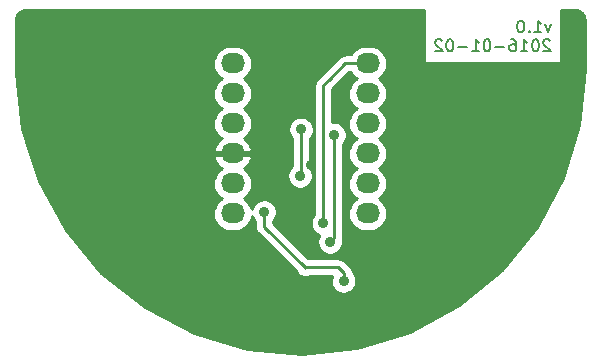
<source format=gbl>
G04 #@! TF.FileFunction,Copper,L2,Bot,Signal*
%FSLAX46Y46*%
G04 Gerber Fmt 4.6, Leading zero omitted, Abs format (unit mm)*
G04 Created by KiCad (PCBNEW (2015-04-22 BZR 5620)-product) date 02/01/2016 09:16:18*
%MOMM*%
G01*
G04 APERTURE LIST*
%ADD10C,0.100000*%
%ADD11C,0.200000*%
%ADD12O,2.032000X1.727200*%
%ADD13C,0.889000*%
%ADD14C,0.254000*%
G04 APERTURE END LIST*
D10*
D11*
X229473143Y-100331714D02*
X229235048Y-100998381D01*
X228996952Y-100331714D01*
X228092190Y-100998381D02*
X228663619Y-100998381D01*
X228377905Y-100998381D02*
X228377905Y-99998381D01*
X228473143Y-100141238D01*
X228568381Y-100236476D01*
X228663619Y-100284095D01*
X227663619Y-100903143D02*
X227616000Y-100950762D01*
X227663619Y-100998381D01*
X227711238Y-100950762D01*
X227663619Y-100903143D01*
X227663619Y-100998381D01*
X226996953Y-99998381D02*
X226901714Y-99998381D01*
X226806476Y-100046000D01*
X226758857Y-100093619D01*
X226711238Y-100188857D01*
X226663619Y-100379333D01*
X226663619Y-100617429D01*
X226711238Y-100807905D01*
X226758857Y-100903143D01*
X226806476Y-100950762D01*
X226901714Y-100998381D01*
X226996953Y-100998381D01*
X227092191Y-100950762D01*
X227139810Y-100903143D01*
X227187429Y-100807905D01*
X227235048Y-100617429D01*
X227235048Y-100379333D01*
X227187429Y-100188857D01*
X227139810Y-100093619D01*
X227092191Y-100046000D01*
X226996953Y-99998381D01*
X229425524Y-101693619D02*
X229377905Y-101646000D01*
X229282667Y-101598381D01*
X229044571Y-101598381D01*
X228949333Y-101646000D01*
X228901714Y-101693619D01*
X228854095Y-101788857D01*
X228854095Y-101884095D01*
X228901714Y-102026952D01*
X229473143Y-102598381D01*
X228854095Y-102598381D01*
X228235048Y-101598381D02*
X228139809Y-101598381D01*
X228044571Y-101646000D01*
X227996952Y-101693619D01*
X227949333Y-101788857D01*
X227901714Y-101979333D01*
X227901714Y-102217429D01*
X227949333Y-102407905D01*
X227996952Y-102503143D01*
X228044571Y-102550762D01*
X228139809Y-102598381D01*
X228235048Y-102598381D01*
X228330286Y-102550762D01*
X228377905Y-102503143D01*
X228425524Y-102407905D01*
X228473143Y-102217429D01*
X228473143Y-101979333D01*
X228425524Y-101788857D01*
X228377905Y-101693619D01*
X228330286Y-101646000D01*
X228235048Y-101598381D01*
X226949333Y-102598381D02*
X227520762Y-102598381D01*
X227235048Y-102598381D02*
X227235048Y-101598381D01*
X227330286Y-101741238D01*
X227425524Y-101836476D01*
X227520762Y-101884095D01*
X226092190Y-101598381D02*
X226282667Y-101598381D01*
X226377905Y-101646000D01*
X226425524Y-101693619D01*
X226520762Y-101836476D01*
X226568381Y-102026952D01*
X226568381Y-102407905D01*
X226520762Y-102503143D01*
X226473143Y-102550762D01*
X226377905Y-102598381D01*
X226187428Y-102598381D01*
X226092190Y-102550762D01*
X226044571Y-102503143D01*
X225996952Y-102407905D01*
X225996952Y-102169810D01*
X226044571Y-102074571D01*
X226092190Y-102026952D01*
X226187428Y-101979333D01*
X226377905Y-101979333D01*
X226473143Y-102026952D01*
X226520762Y-102074571D01*
X226568381Y-102169810D01*
X225568381Y-102217429D02*
X224806476Y-102217429D01*
X224139810Y-101598381D02*
X224044571Y-101598381D01*
X223949333Y-101646000D01*
X223901714Y-101693619D01*
X223854095Y-101788857D01*
X223806476Y-101979333D01*
X223806476Y-102217429D01*
X223854095Y-102407905D01*
X223901714Y-102503143D01*
X223949333Y-102550762D01*
X224044571Y-102598381D01*
X224139810Y-102598381D01*
X224235048Y-102550762D01*
X224282667Y-102503143D01*
X224330286Y-102407905D01*
X224377905Y-102217429D01*
X224377905Y-101979333D01*
X224330286Y-101788857D01*
X224282667Y-101693619D01*
X224235048Y-101646000D01*
X224139810Y-101598381D01*
X222854095Y-102598381D02*
X223425524Y-102598381D01*
X223139810Y-102598381D02*
X223139810Y-101598381D01*
X223235048Y-101741238D01*
X223330286Y-101836476D01*
X223425524Y-101884095D01*
X222425524Y-102217429D02*
X221663619Y-102217429D01*
X220996953Y-101598381D02*
X220901714Y-101598381D01*
X220806476Y-101646000D01*
X220758857Y-101693619D01*
X220711238Y-101788857D01*
X220663619Y-101979333D01*
X220663619Y-102217429D01*
X220711238Y-102407905D01*
X220758857Y-102503143D01*
X220806476Y-102550762D01*
X220901714Y-102598381D01*
X220996953Y-102598381D01*
X221092191Y-102550762D01*
X221139810Y-102503143D01*
X221187429Y-102407905D01*
X221235048Y-102217429D01*
X221235048Y-101979333D01*
X221187429Y-101788857D01*
X221139810Y-101693619D01*
X221092191Y-101646000D01*
X220996953Y-101598381D01*
X220282667Y-101693619D02*
X220235048Y-101646000D01*
X220139810Y-101598381D01*
X219901714Y-101598381D01*
X219806476Y-101646000D01*
X219758857Y-101693619D01*
X219711238Y-101788857D01*
X219711238Y-101884095D01*
X219758857Y-102026952D01*
X220330286Y-102598381D01*
X219711238Y-102598381D01*
D12*
X202565000Y-103632000D03*
X202565000Y-106172000D03*
X202565000Y-108712000D03*
X202565000Y-111252000D03*
X202565000Y-113792000D03*
X202565000Y-116332000D03*
X213995000Y-103632000D03*
X213995000Y-106172000D03*
X213995000Y-108712000D03*
X213995000Y-111252000D03*
X213995000Y-113792000D03*
X213995000Y-116332000D03*
D13*
X211137500Y-125349000D03*
X199771000Y-120459500D03*
X209232500Y-112268000D03*
X211137500Y-109664500D03*
X210820000Y-118745000D03*
X208280000Y-113157000D03*
X208343500Y-109220000D03*
X205232000Y-116205000D03*
X211963000Y-122047000D03*
X210248500Y-117157500D03*
D14*
X211137500Y-118427500D02*
X211137500Y-109664500D01*
X210820000Y-118745000D02*
X211137500Y-118427500D01*
X208280000Y-113157000D02*
X208343500Y-113093500D01*
X208343500Y-113093500D02*
X208343500Y-109220000D01*
X208724500Y-120967500D02*
X208661000Y-120967500D01*
X205232000Y-117475000D02*
X205232000Y-116205000D01*
X208661000Y-120904000D02*
X205232000Y-117475000D01*
X208724500Y-120967500D02*
X208661000Y-120904000D01*
X211963000Y-121348500D02*
X211518500Y-120904000D01*
X211518500Y-120904000D02*
X208661000Y-120904000D01*
X211963000Y-122047000D02*
X211963000Y-121348500D01*
X210248500Y-109474000D02*
X210248500Y-105473500D01*
X210248500Y-105473500D02*
X210693000Y-105029000D01*
X213995000Y-103632000D02*
X212090000Y-103632000D01*
X210693000Y-105029000D02*
X212090000Y-103632000D01*
X210248500Y-117157500D02*
X210248500Y-109474000D01*
G36*
X232360000Y-104106495D02*
X231898177Y-108816525D01*
X230540031Y-113314924D01*
X228334008Y-117463850D01*
X225364132Y-121105276D01*
X221743527Y-124100501D01*
X217610103Y-126335435D01*
X215653951Y-126940965D01*
X215653951Y-116342462D01*
X215627444Y-116051190D01*
X215544866Y-115770615D01*
X215409363Y-115511422D01*
X215226097Y-115283485D01*
X215002048Y-115095485D01*
X214942413Y-115062700D01*
X214984701Y-115040216D01*
X215211353Y-114855363D01*
X215397784Y-114630006D01*
X215536892Y-114372731D01*
X215623379Y-114093335D01*
X215653951Y-113802462D01*
X215627444Y-113511190D01*
X215544866Y-113230615D01*
X215409363Y-112971422D01*
X215226097Y-112743485D01*
X215002048Y-112555485D01*
X214942413Y-112522700D01*
X214984701Y-112500216D01*
X215211353Y-112315363D01*
X215397784Y-112090006D01*
X215536892Y-111832731D01*
X215623379Y-111553335D01*
X215653951Y-111262462D01*
X215627444Y-110971190D01*
X215544866Y-110690615D01*
X215409363Y-110431422D01*
X215226097Y-110203485D01*
X215002048Y-110015485D01*
X214942413Y-109982700D01*
X214984701Y-109960216D01*
X215211353Y-109775363D01*
X215397784Y-109550006D01*
X215536892Y-109292731D01*
X215623379Y-109013335D01*
X215653951Y-108722462D01*
X215627444Y-108431190D01*
X215544866Y-108150615D01*
X215409363Y-107891422D01*
X215226097Y-107663485D01*
X215002048Y-107475485D01*
X214942413Y-107442700D01*
X214984701Y-107420216D01*
X215211353Y-107235363D01*
X215397784Y-107010006D01*
X215536892Y-106752731D01*
X215623379Y-106473335D01*
X215653951Y-106182462D01*
X215627444Y-105891190D01*
X215544866Y-105610615D01*
X215409363Y-105351422D01*
X215226097Y-105123485D01*
X215002048Y-104935485D01*
X214942413Y-104902700D01*
X214984701Y-104880216D01*
X215211353Y-104695363D01*
X215397784Y-104470006D01*
X215536892Y-104212731D01*
X215623379Y-103933335D01*
X215653951Y-103642462D01*
X215627444Y-103351190D01*
X215544866Y-103070615D01*
X215409363Y-102811422D01*
X215226097Y-102583485D01*
X215002048Y-102395485D01*
X214745749Y-102254584D01*
X214466964Y-102166148D01*
X214176312Y-102133546D01*
X214155388Y-102133400D01*
X213834612Y-102133400D01*
X213543532Y-102161941D01*
X213263540Y-102246475D01*
X213005299Y-102383784D01*
X212778647Y-102568637D01*
X212592216Y-102793994D01*
X212551119Y-102870000D01*
X212090000Y-102870000D01*
X212019894Y-102876873D01*
X211949829Y-102883004D01*
X211945985Y-102884120D01*
X211941993Y-102884512D01*
X211874552Y-102904873D01*
X211807018Y-102924494D01*
X211803462Y-102926337D01*
X211799624Y-102927496D01*
X211737467Y-102960545D01*
X211674985Y-102992933D01*
X211671852Y-102995433D01*
X211668316Y-102997314D01*
X211613791Y-103041783D01*
X211558760Y-103085714D01*
X211553181Y-103091215D01*
X211553069Y-103091307D01*
X211552983Y-103091410D01*
X211551184Y-103093185D01*
X210154185Y-104490185D01*
X209709685Y-104934685D01*
X209664987Y-104989099D01*
X209619764Y-105042995D01*
X209617835Y-105046502D01*
X209615289Y-105049603D01*
X209582010Y-105111668D01*
X209548119Y-105173316D01*
X209546907Y-105177136D01*
X209545014Y-105180667D01*
X209524439Y-105247964D01*
X209503152Y-105315071D01*
X209502705Y-105319054D01*
X209501534Y-105322885D01*
X209494424Y-105392872D01*
X209486574Y-105462861D01*
X209486519Y-105470697D01*
X209486505Y-105470840D01*
X209486517Y-105470973D01*
X209486500Y-105473500D01*
X209486500Y-109474000D01*
X209486500Y-116392736D01*
X209423046Y-116454874D01*
X209423046Y-109114150D01*
X209381926Y-108906481D01*
X209301254Y-108710753D01*
X209184100Y-108534423D01*
X209034928Y-108384207D01*
X208859421Y-108265825D01*
X208664261Y-108183788D01*
X208456884Y-108141219D01*
X208245189Y-108139741D01*
X208037238Y-108179410D01*
X207840952Y-108258715D01*
X207663808Y-108374634D01*
X207512554Y-108522753D01*
X207392950Y-108697431D01*
X207309552Y-108892012D01*
X207265537Y-109099087D01*
X207262581Y-109310767D01*
X207300797Y-109518990D01*
X207378730Y-109715825D01*
X207493410Y-109893773D01*
X207581500Y-109984993D01*
X207581500Y-112330052D01*
X207449054Y-112459753D01*
X207329450Y-112634431D01*
X207246052Y-112829012D01*
X207202037Y-113036087D01*
X207199081Y-113247767D01*
X207237297Y-113455990D01*
X207315230Y-113652825D01*
X207429910Y-113830773D01*
X207576969Y-113983058D01*
X207750807Y-114103879D01*
X207944802Y-114188633D01*
X208151564Y-114234093D01*
X208363219Y-114238526D01*
X208571704Y-114201765D01*
X208769077Y-114125208D01*
X208947822Y-114011773D01*
X209101130Y-113865780D01*
X209223161Y-113692790D01*
X209309268Y-113499392D01*
X209356170Y-113292952D01*
X209359546Y-113051150D01*
X209318426Y-112843481D01*
X209237754Y-112647753D01*
X209120600Y-112471423D01*
X209105500Y-112456217D01*
X209105500Y-109985088D01*
X209164630Y-109928780D01*
X209286661Y-109755790D01*
X209372768Y-109562392D01*
X209419670Y-109355952D01*
X209423046Y-109114150D01*
X209423046Y-116454874D01*
X209417554Y-116460253D01*
X209297950Y-116634931D01*
X209214552Y-116829512D01*
X209170537Y-117036587D01*
X209167581Y-117248267D01*
X209205797Y-117456490D01*
X209283730Y-117653325D01*
X209398410Y-117831273D01*
X209545469Y-117983558D01*
X209719307Y-118104379D01*
X209897097Y-118182053D01*
X209869450Y-118222431D01*
X209786052Y-118417012D01*
X209742037Y-118624087D01*
X209739081Y-118835767D01*
X209777297Y-119043990D01*
X209855230Y-119240825D01*
X209969910Y-119418773D01*
X210116969Y-119571058D01*
X210290807Y-119691879D01*
X210484802Y-119776633D01*
X210691564Y-119822093D01*
X210903219Y-119826526D01*
X211111704Y-119789765D01*
X211309077Y-119713208D01*
X211487822Y-119599773D01*
X211641130Y-119453780D01*
X211763161Y-119280790D01*
X211849268Y-119087392D01*
X211896170Y-118880952D01*
X211899546Y-118639150D01*
X211885481Y-118568122D01*
X211891580Y-118508077D01*
X211899426Y-118438139D01*
X211899480Y-118430302D01*
X211899495Y-118430160D01*
X211899482Y-118430026D01*
X211899500Y-118427500D01*
X211899500Y-110429588D01*
X211958630Y-110373280D01*
X212080661Y-110200290D01*
X212166768Y-110006892D01*
X212213670Y-109800452D01*
X212217046Y-109558650D01*
X212175926Y-109350981D01*
X212095254Y-109155253D01*
X211978100Y-108978923D01*
X211828928Y-108828707D01*
X211653421Y-108710325D01*
X211458261Y-108628288D01*
X211250884Y-108585719D01*
X211039189Y-108584241D01*
X211010500Y-108589713D01*
X211010500Y-105789130D01*
X211231815Y-105567815D01*
X212405630Y-104394000D01*
X212550013Y-104394000D01*
X212580637Y-104452578D01*
X212763903Y-104680515D01*
X212987952Y-104868515D01*
X213047586Y-104901299D01*
X213005299Y-104923784D01*
X212778647Y-105108637D01*
X212592216Y-105333994D01*
X212453108Y-105591269D01*
X212366621Y-105870665D01*
X212336049Y-106161538D01*
X212362556Y-106452810D01*
X212445134Y-106733385D01*
X212580637Y-106992578D01*
X212763903Y-107220515D01*
X212987952Y-107408515D01*
X213047586Y-107441299D01*
X213005299Y-107463784D01*
X212778647Y-107648637D01*
X212592216Y-107873994D01*
X212453108Y-108131269D01*
X212366621Y-108410665D01*
X212336049Y-108701538D01*
X212362556Y-108992810D01*
X212445134Y-109273385D01*
X212580637Y-109532578D01*
X212763903Y-109760515D01*
X212987952Y-109948515D01*
X213047586Y-109981299D01*
X213005299Y-110003784D01*
X212778647Y-110188637D01*
X212592216Y-110413994D01*
X212453108Y-110671269D01*
X212366621Y-110950665D01*
X212336049Y-111241538D01*
X212362556Y-111532810D01*
X212445134Y-111813385D01*
X212580637Y-112072578D01*
X212763903Y-112300515D01*
X212987952Y-112488515D01*
X213047586Y-112521299D01*
X213005299Y-112543784D01*
X212778647Y-112728637D01*
X212592216Y-112953994D01*
X212453108Y-113211269D01*
X212366621Y-113490665D01*
X212336049Y-113781538D01*
X212362556Y-114072810D01*
X212445134Y-114353385D01*
X212580637Y-114612578D01*
X212763903Y-114840515D01*
X212987952Y-115028515D01*
X213047586Y-115061299D01*
X213005299Y-115083784D01*
X212778647Y-115268637D01*
X212592216Y-115493994D01*
X212453108Y-115751269D01*
X212366621Y-116030665D01*
X212336049Y-116321538D01*
X212362556Y-116612810D01*
X212445134Y-116893385D01*
X212580637Y-117152578D01*
X212763903Y-117380515D01*
X212987952Y-117568515D01*
X213244251Y-117709416D01*
X213523036Y-117797852D01*
X213813688Y-117830454D01*
X213834612Y-117830600D01*
X214155388Y-117830600D01*
X214446468Y-117802059D01*
X214726460Y-117717525D01*
X214984701Y-117580216D01*
X215211353Y-117395363D01*
X215397784Y-117170006D01*
X215536892Y-116912731D01*
X215623379Y-116633335D01*
X215653951Y-116342462D01*
X215653951Y-126940965D01*
X213121292Y-127724955D01*
X213042546Y-127733231D01*
X213042546Y-121941150D01*
X213001426Y-121733481D01*
X212920754Y-121537753D01*
X212803600Y-121361423D01*
X212717834Y-121275057D01*
X212711997Y-121208330D01*
X212710879Y-121204482D01*
X212710488Y-121200493D01*
X212690135Y-121133081D01*
X212670506Y-121065518D01*
X212668662Y-121061962D01*
X212667504Y-121058124D01*
X212634443Y-120995946D01*
X212602067Y-120933486D01*
X212599568Y-120930355D01*
X212597686Y-120926816D01*
X212553199Y-120872269D01*
X212509286Y-120817260D01*
X212503787Y-120811685D01*
X212503693Y-120811569D01*
X212503585Y-120811479D01*
X212501815Y-120809685D01*
X212057315Y-120365185D01*
X212002900Y-120320487D01*
X211949005Y-120275264D01*
X211945497Y-120273335D01*
X211942397Y-120270789D01*
X211880331Y-120237510D01*
X211818684Y-120203619D01*
X211814863Y-120202407D01*
X211811333Y-120200514D01*
X211744035Y-120179939D01*
X211676929Y-120158652D01*
X211672945Y-120158205D01*
X211669115Y-120157034D01*
X211599127Y-120149924D01*
X211529139Y-120142074D01*
X211521302Y-120142019D01*
X211521160Y-120142005D01*
X211521026Y-120142017D01*
X211518500Y-120142000D01*
X208976630Y-120142000D01*
X205994000Y-117159369D01*
X205994000Y-116970088D01*
X206053130Y-116913780D01*
X206175161Y-116740790D01*
X206261268Y-116547392D01*
X206308170Y-116340952D01*
X206311546Y-116099150D01*
X206270426Y-115891481D01*
X206189754Y-115695753D01*
X206072600Y-115519423D01*
X205923428Y-115369207D01*
X205747921Y-115250825D01*
X205552761Y-115168788D01*
X205345384Y-115126219D01*
X205133689Y-115124741D01*
X204925738Y-115164410D01*
X204729452Y-115243715D01*
X204552308Y-115359634D01*
X204401054Y-115507753D01*
X204281450Y-115682431D01*
X204198052Y-115877012D01*
X204176299Y-115979348D01*
X204114866Y-115770615D01*
X203979363Y-115511422D01*
X203796097Y-115283485D01*
X203572048Y-115095485D01*
X203512413Y-115062700D01*
X203554701Y-115040216D01*
X203781353Y-114855363D01*
X203967784Y-114630006D01*
X204106892Y-114372731D01*
X204193379Y-114093335D01*
X204223951Y-113802462D01*
X204223951Y-108722462D01*
X204197444Y-108431190D01*
X204114866Y-108150615D01*
X203979363Y-107891422D01*
X203796097Y-107663485D01*
X203572048Y-107475485D01*
X203512413Y-107442700D01*
X203554701Y-107420216D01*
X203781353Y-107235363D01*
X203967784Y-107010006D01*
X204106892Y-106752731D01*
X204193379Y-106473335D01*
X204223951Y-106182462D01*
X204197444Y-105891190D01*
X204114866Y-105610615D01*
X203979363Y-105351422D01*
X203796097Y-105123485D01*
X203572048Y-104935485D01*
X203512413Y-104902700D01*
X203554701Y-104880216D01*
X203781353Y-104695363D01*
X203967784Y-104470006D01*
X204106892Y-104212731D01*
X204193379Y-103933335D01*
X204223951Y-103642462D01*
X204197444Y-103351190D01*
X204114866Y-103070615D01*
X203979363Y-102811422D01*
X203796097Y-102583485D01*
X203572048Y-102395485D01*
X203315749Y-102254584D01*
X203036964Y-102166148D01*
X202746312Y-102133546D01*
X202725388Y-102133400D01*
X202404612Y-102133400D01*
X202113532Y-102161941D01*
X201833540Y-102246475D01*
X201575299Y-102383784D01*
X201348647Y-102568637D01*
X201162216Y-102793994D01*
X201023108Y-103051269D01*
X200936621Y-103330665D01*
X200906049Y-103621538D01*
X200932556Y-103912810D01*
X201015134Y-104193385D01*
X201150637Y-104452578D01*
X201333903Y-104680515D01*
X201557952Y-104868515D01*
X201617586Y-104901299D01*
X201575299Y-104923784D01*
X201348647Y-105108637D01*
X201162216Y-105333994D01*
X201023108Y-105591269D01*
X200936621Y-105870665D01*
X200906049Y-106161538D01*
X200932556Y-106452810D01*
X201015134Y-106733385D01*
X201150637Y-106992578D01*
X201333903Y-107220515D01*
X201557952Y-107408515D01*
X201617586Y-107441299D01*
X201575299Y-107463784D01*
X201348647Y-107648637D01*
X201162216Y-107873994D01*
X201023108Y-108131269D01*
X200936621Y-108410665D01*
X200906049Y-108701538D01*
X200932556Y-108992810D01*
X201015134Y-109273385D01*
X201150637Y-109532578D01*
X201333903Y-109760515D01*
X201557952Y-109948515D01*
X201619872Y-109982555D01*
X201413271Y-110133514D01*
X201214267Y-110349965D01*
X201061314Y-110601081D01*
X200960291Y-110877211D01*
X200957642Y-110892974D01*
X201078783Y-111125000D01*
X202438000Y-111125000D01*
X202438000Y-111105000D01*
X202692000Y-111105000D01*
X202692000Y-111125000D01*
X204051217Y-111125000D01*
X204172358Y-110892974D01*
X204169709Y-110877211D01*
X204068686Y-110601081D01*
X203915733Y-110349965D01*
X203716729Y-110133514D01*
X203511205Y-109983343D01*
X203554701Y-109960216D01*
X203781353Y-109775363D01*
X203967784Y-109550006D01*
X204106892Y-109292731D01*
X204193379Y-109013335D01*
X204223951Y-108722462D01*
X204223951Y-113802462D01*
X204197444Y-113511190D01*
X204114866Y-113230615D01*
X203979363Y-112971422D01*
X203796097Y-112743485D01*
X203572048Y-112555485D01*
X203510127Y-112521444D01*
X203716729Y-112370486D01*
X203915733Y-112154035D01*
X204068686Y-111902919D01*
X204169709Y-111626789D01*
X204172358Y-111611026D01*
X204051217Y-111379000D01*
X202692000Y-111379000D01*
X202692000Y-111399000D01*
X202438000Y-111399000D01*
X202438000Y-111379000D01*
X201078783Y-111379000D01*
X200957642Y-111611026D01*
X200960291Y-111626789D01*
X201061314Y-111902919D01*
X201214267Y-112154035D01*
X201413271Y-112370486D01*
X201618794Y-112520656D01*
X201575299Y-112543784D01*
X201348647Y-112728637D01*
X201162216Y-112953994D01*
X201023108Y-113211269D01*
X200936621Y-113490665D01*
X200906049Y-113781538D01*
X200932556Y-114072810D01*
X201015134Y-114353385D01*
X201150637Y-114612578D01*
X201333903Y-114840515D01*
X201557952Y-115028515D01*
X201617586Y-115061299D01*
X201575299Y-115083784D01*
X201348647Y-115268637D01*
X201162216Y-115493994D01*
X201023108Y-115751269D01*
X200936621Y-116030665D01*
X200906049Y-116321538D01*
X200932556Y-116612810D01*
X201015134Y-116893385D01*
X201150637Y-117152578D01*
X201333903Y-117380515D01*
X201557952Y-117568515D01*
X201814251Y-117709416D01*
X202093036Y-117797852D01*
X202383688Y-117830454D01*
X202404612Y-117830600D01*
X202725388Y-117830600D01*
X203016468Y-117802059D01*
X203296460Y-117717525D01*
X203554701Y-117580216D01*
X203781353Y-117395363D01*
X203967784Y-117170006D01*
X204106892Y-116912731D01*
X204193379Y-116633335D01*
X204203265Y-116539270D01*
X204267230Y-116700825D01*
X204381910Y-116878773D01*
X204470000Y-116969993D01*
X204470000Y-117475000D01*
X204476874Y-117545113D01*
X204483004Y-117615170D01*
X204484120Y-117619012D01*
X204484512Y-117623007D01*
X204504877Y-117690459D01*
X204524494Y-117757982D01*
X204526337Y-117761537D01*
X204527496Y-117765376D01*
X204560556Y-117827553D01*
X204592933Y-117890014D01*
X204595431Y-117893144D01*
X204597314Y-117896684D01*
X204641800Y-117951230D01*
X204685714Y-118006240D01*
X204691212Y-118011814D01*
X204691307Y-118011931D01*
X204691414Y-118012020D01*
X204693185Y-118013815D01*
X207978770Y-121299401D01*
X208023386Y-121384743D01*
X208116572Y-121500643D01*
X208230495Y-121596236D01*
X208360816Y-121667881D01*
X208502571Y-121712848D01*
X208650361Y-121729426D01*
X208661000Y-121729500D01*
X208724500Y-121729500D01*
X208797107Y-121722380D01*
X208869897Y-121715500D01*
X208871177Y-121715118D01*
X208872507Y-121714988D01*
X208942341Y-121693903D01*
X209012415Y-121673014D01*
X209013599Y-121672389D01*
X209014876Y-121672004D01*
X209026167Y-121666000D01*
X210951773Y-121666000D01*
X210929052Y-121719012D01*
X210885037Y-121926087D01*
X210882081Y-122137767D01*
X210920297Y-122345990D01*
X210998230Y-122542825D01*
X211112910Y-122720773D01*
X211259969Y-122873058D01*
X211433807Y-122993879D01*
X211627802Y-123078633D01*
X211834564Y-123124093D01*
X212046219Y-123128526D01*
X212254704Y-123091765D01*
X212452077Y-123015208D01*
X212630822Y-122901773D01*
X212784130Y-122755780D01*
X212906161Y-122582790D01*
X212992268Y-122389392D01*
X213039170Y-122182952D01*
X213042546Y-121941150D01*
X213042546Y-127733231D01*
X208448084Y-128216127D01*
X203768472Y-127790250D01*
X199260702Y-126463541D01*
X195096477Y-124286536D01*
X191434403Y-121342153D01*
X188413976Y-117742549D01*
X186150239Y-113624826D01*
X184729419Y-109145829D01*
X184202146Y-104445089D01*
X184200000Y-104137653D01*
X184200000Y-99958503D01*
X184218743Y-99767336D01*
X184264532Y-99615678D01*
X184338904Y-99475804D01*
X184439030Y-99353038D01*
X184561093Y-99252059D01*
X184700449Y-99176709D01*
X184851780Y-99129864D01*
X185040782Y-99110000D01*
X218785762Y-99110000D01*
X218785762Y-103581000D01*
X230351000Y-103581000D01*
X230351000Y-99110000D01*
X231511496Y-99110000D01*
X231702663Y-99128743D01*
X231854321Y-99174532D01*
X231994195Y-99248904D01*
X232116961Y-99349030D01*
X232217940Y-99471093D01*
X232293290Y-99610449D01*
X232340135Y-99761780D01*
X232360000Y-99950782D01*
X232360000Y-104106495D01*
X232360000Y-104106495D01*
G37*
X232360000Y-104106495D02*
X231898177Y-108816525D01*
X230540031Y-113314924D01*
X228334008Y-117463850D01*
X225364132Y-121105276D01*
X221743527Y-124100501D01*
X217610103Y-126335435D01*
X215653951Y-126940965D01*
X215653951Y-116342462D01*
X215627444Y-116051190D01*
X215544866Y-115770615D01*
X215409363Y-115511422D01*
X215226097Y-115283485D01*
X215002048Y-115095485D01*
X214942413Y-115062700D01*
X214984701Y-115040216D01*
X215211353Y-114855363D01*
X215397784Y-114630006D01*
X215536892Y-114372731D01*
X215623379Y-114093335D01*
X215653951Y-113802462D01*
X215627444Y-113511190D01*
X215544866Y-113230615D01*
X215409363Y-112971422D01*
X215226097Y-112743485D01*
X215002048Y-112555485D01*
X214942413Y-112522700D01*
X214984701Y-112500216D01*
X215211353Y-112315363D01*
X215397784Y-112090006D01*
X215536892Y-111832731D01*
X215623379Y-111553335D01*
X215653951Y-111262462D01*
X215627444Y-110971190D01*
X215544866Y-110690615D01*
X215409363Y-110431422D01*
X215226097Y-110203485D01*
X215002048Y-110015485D01*
X214942413Y-109982700D01*
X214984701Y-109960216D01*
X215211353Y-109775363D01*
X215397784Y-109550006D01*
X215536892Y-109292731D01*
X215623379Y-109013335D01*
X215653951Y-108722462D01*
X215627444Y-108431190D01*
X215544866Y-108150615D01*
X215409363Y-107891422D01*
X215226097Y-107663485D01*
X215002048Y-107475485D01*
X214942413Y-107442700D01*
X214984701Y-107420216D01*
X215211353Y-107235363D01*
X215397784Y-107010006D01*
X215536892Y-106752731D01*
X215623379Y-106473335D01*
X215653951Y-106182462D01*
X215627444Y-105891190D01*
X215544866Y-105610615D01*
X215409363Y-105351422D01*
X215226097Y-105123485D01*
X215002048Y-104935485D01*
X214942413Y-104902700D01*
X214984701Y-104880216D01*
X215211353Y-104695363D01*
X215397784Y-104470006D01*
X215536892Y-104212731D01*
X215623379Y-103933335D01*
X215653951Y-103642462D01*
X215627444Y-103351190D01*
X215544866Y-103070615D01*
X215409363Y-102811422D01*
X215226097Y-102583485D01*
X215002048Y-102395485D01*
X214745749Y-102254584D01*
X214466964Y-102166148D01*
X214176312Y-102133546D01*
X214155388Y-102133400D01*
X213834612Y-102133400D01*
X213543532Y-102161941D01*
X213263540Y-102246475D01*
X213005299Y-102383784D01*
X212778647Y-102568637D01*
X212592216Y-102793994D01*
X212551119Y-102870000D01*
X212090000Y-102870000D01*
X212019894Y-102876873D01*
X211949829Y-102883004D01*
X211945985Y-102884120D01*
X211941993Y-102884512D01*
X211874552Y-102904873D01*
X211807018Y-102924494D01*
X211803462Y-102926337D01*
X211799624Y-102927496D01*
X211737467Y-102960545D01*
X211674985Y-102992933D01*
X211671852Y-102995433D01*
X211668316Y-102997314D01*
X211613791Y-103041783D01*
X211558760Y-103085714D01*
X211553181Y-103091215D01*
X211553069Y-103091307D01*
X211552983Y-103091410D01*
X211551184Y-103093185D01*
X210154185Y-104490185D01*
X209709685Y-104934685D01*
X209664987Y-104989099D01*
X209619764Y-105042995D01*
X209617835Y-105046502D01*
X209615289Y-105049603D01*
X209582010Y-105111668D01*
X209548119Y-105173316D01*
X209546907Y-105177136D01*
X209545014Y-105180667D01*
X209524439Y-105247964D01*
X209503152Y-105315071D01*
X209502705Y-105319054D01*
X209501534Y-105322885D01*
X209494424Y-105392872D01*
X209486574Y-105462861D01*
X209486519Y-105470697D01*
X209486505Y-105470840D01*
X209486517Y-105470973D01*
X209486500Y-105473500D01*
X209486500Y-109474000D01*
X209486500Y-116392736D01*
X209423046Y-116454874D01*
X209423046Y-109114150D01*
X209381926Y-108906481D01*
X209301254Y-108710753D01*
X209184100Y-108534423D01*
X209034928Y-108384207D01*
X208859421Y-108265825D01*
X208664261Y-108183788D01*
X208456884Y-108141219D01*
X208245189Y-108139741D01*
X208037238Y-108179410D01*
X207840952Y-108258715D01*
X207663808Y-108374634D01*
X207512554Y-108522753D01*
X207392950Y-108697431D01*
X207309552Y-108892012D01*
X207265537Y-109099087D01*
X207262581Y-109310767D01*
X207300797Y-109518990D01*
X207378730Y-109715825D01*
X207493410Y-109893773D01*
X207581500Y-109984993D01*
X207581500Y-112330052D01*
X207449054Y-112459753D01*
X207329450Y-112634431D01*
X207246052Y-112829012D01*
X207202037Y-113036087D01*
X207199081Y-113247767D01*
X207237297Y-113455990D01*
X207315230Y-113652825D01*
X207429910Y-113830773D01*
X207576969Y-113983058D01*
X207750807Y-114103879D01*
X207944802Y-114188633D01*
X208151564Y-114234093D01*
X208363219Y-114238526D01*
X208571704Y-114201765D01*
X208769077Y-114125208D01*
X208947822Y-114011773D01*
X209101130Y-113865780D01*
X209223161Y-113692790D01*
X209309268Y-113499392D01*
X209356170Y-113292952D01*
X209359546Y-113051150D01*
X209318426Y-112843481D01*
X209237754Y-112647753D01*
X209120600Y-112471423D01*
X209105500Y-112456217D01*
X209105500Y-109985088D01*
X209164630Y-109928780D01*
X209286661Y-109755790D01*
X209372768Y-109562392D01*
X209419670Y-109355952D01*
X209423046Y-109114150D01*
X209423046Y-116454874D01*
X209417554Y-116460253D01*
X209297950Y-116634931D01*
X209214552Y-116829512D01*
X209170537Y-117036587D01*
X209167581Y-117248267D01*
X209205797Y-117456490D01*
X209283730Y-117653325D01*
X209398410Y-117831273D01*
X209545469Y-117983558D01*
X209719307Y-118104379D01*
X209897097Y-118182053D01*
X209869450Y-118222431D01*
X209786052Y-118417012D01*
X209742037Y-118624087D01*
X209739081Y-118835767D01*
X209777297Y-119043990D01*
X209855230Y-119240825D01*
X209969910Y-119418773D01*
X210116969Y-119571058D01*
X210290807Y-119691879D01*
X210484802Y-119776633D01*
X210691564Y-119822093D01*
X210903219Y-119826526D01*
X211111704Y-119789765D01*
X211309077Y-119713208D01*
X211487822Y-119599773D01*
X211641130Y-119453780D01*
X211763161Y-119280790D01*
X211849268Y-119087392D01*
X211896170Y-118880952D01*
X211899546Y-118639150D01*
X211885481Y-118568122D01*
X211891580Y-118508077D01*
X211899426Y-118438139D01*
X211899480Y-118430302D01*
X211899495Y-118430160D01*
X211899482Y-118430026D01*
X211899500Y-118427500D01*
X211899500Y-110429588D01*
X211958630Y-110373280D01*
X212080661Y-110200290D01*
X212166768Y-110006892D01*
X212213670Y-109800452D01*
X212217046Y-109558650D01*
X212175926Y-109350981D01*
X212095254Y-109155253D01*
X211978100Y-108978923D01*
X211828928Y-108828707D01*
X211653421Y-108710325D01*
X211458261Y-108628288D01*
X211250884Y-108585719D01*
X211039189Y-108584241D01*
X211010500Y-108589713D01*
X211010500Y-105789130D01*
X211231815Y-105567815D01*
X212405630Y-104394000D01*
X212550013Y-104394000D01*
X212580637Y-104452578D01*
X212763903Y-104680515D01*
X212987952Y-104868515D01*
X213047586Y-104901299D01*
X213005299Y-104923784D01*
X212778647Y-105108637D01*
X212592216Y-105333994D01*
X212453108Y-105591269D01*
X212366621Y-105870665D01*
X212336049Y-106161538D01*
X212362556Y-106452810D01*
X212445134Y-106733385D01*
X212580637Y-106992578D01*
X212763903Y-107220515D01*
X212987952Y-107408515D01*
X213047586Y-107441299D01*
X213005299Y-107463784D01*
X212778647Y-107648637D01*
X212592216Y-107873994D01*
X212453108Y-108131269D01*
X212366621Y-108410665D01*
X212336049Y-108701538D01*
X212362556Y-108992810D01*
X212445134Y-109273385D01*
X212580637Y-109532578D01*
X212763903Y-109760515D01*
X212987952Y-109948515D01*
X213047586Y-109981299D01*
X213005299Y-110003784D01*
X212778647Y-110188637D01*
X212592216Y-110413994D01*
X212453108Y-110671269D01*
X212366621Y-110950665D01*
X212336049Y-111241538D01*
X212362556Y-111532810D01*
X212445134Y-111813385D01*
X212580637Y-112072578D01*
X212763903Y-112300515D01*
X212987952Y-112488515D01*
X213047586Y-112521299D01*
X213005299Y-112543784D01*
X212778647Y-112728637D01*
X212592216Y-112953994D01*
X212453108Y-113211269D01*
X212366621Y-113490665D01*
X212336049Y-113781538D01*
X212362556Y-114072810D01*
X212445134Y-114353385D01*
X212580637Y-114612578D01*
X212763903Y-114840515D01*
X212987952Y-115028515D01*
X213047586Y-115061299D01*
X213005299Y-115083784D01*
X212778647Y-115268637D01*
X212592216Y-115493994D01*
X212453108Y-115751269D01*
X212366621Y-116030665D01*
X212336049Y-116321538D01*
X212362556Y-116612810D01*
X212445134Y-116893385D01*
X212580637Y-117152578D01*
X212763903Y-117380515D01*
X212987952Y-117568515D01*
X213244251Y-117709416D01*
X213523036Y-117797852D01*
X213813688Y-117830454D01*
X213834612Y-117830600D01*
X214155388Y-117830600D01*
X214446468Y-117802059D01*
X214726460Y-117717525D01*
X214984701Y-117580216D01*
X215211353Y-117395363D01*
X215397784Y-117170006D01*
X215536892Y-116912731D01*
X215623379Y-116633335D01*
X215653951Y-116342462D01*
X215653951Y-126940965D01*
X213121292Y-127724955D01*
X213042546Y-127733231D01*
X213042546Y-121941150D01*
X213001426Y-121733481D01*
X212920754Y-121537753D01*
X212803600Y-121361423D01*
X212717834Y-121275057D01*
X212711997Y-121208330D01*
X212710879Y-121204482D01*
X212710488Y-121200493D01*
X212690135Y-121133081D01*
X212670506Y-121065518D01*
X212668662Y-121061962D01*
X212667504Y-121058124D01*
X212634443Y-120995946D01*
X212602067Y-120933486D01*
X212599568Y-120930355D01*
X212597686Y-120926816D01*
X212553199Y-120872269D01*
X212509286Y-120817260D01*
X212503787Y-120811685D01*
X212503693Y-120811569D01*
X212503585Y-120811479D01*
X212501815Y-120809685D01*
X212057315Y-120365185D01*
X212002900Y-120320487D01*
X211949005Y-120275264D01*
X211945497Y-120273335D01*
X211942397Y-120270789D01*
X211880331Y-120237510D01*
X211818684Y-120203619D01*
X211814863Y-120202407D01*
X211811333Y-120200514D01*
X211744035Y-120179939D01*
X211676929Y-120158652D01*
X211672945Y-120158205D01*
X211669115Y-120157034D01*
X211599127Y-120149924D01*
X211529139Y-120142074D01*
X211521302Y-120142019D01*
X211521160Y-120142005D01*
X211521026Y-120142017D01*
X211518500Y-120142000D01*
X208976630Y-120142000D01*
X205994000Y-117159369D01*
X205994000Y-116970088D01*
X206053130Y-116913780D01*
X206175161Y-116740790D01*
X206261268Y-116547392D01*
X206308170Y-116340952D01*
X206311546Y-116099150D01*
X206270426Y-115891481D01*
X206189754Y-115695753D01*
X206072600Y-115519423D01*
X205923428Y-115369207D01*
X205747921Y-115250825D01*
X205552761Y-115168788D01*
X205345384Y-115126219D01*
X205133689Y-115124741D01*
X204925738Y-115164410D01*
X204729452Y-115243715D01*
X204552308Y-115359634D01*
X204401054Y-115507753D01*
X204281450Y-115682431D01*
X204198052Y-115877012D01*
X204176299Y-115979348D01*
X204114866Y-115770615D01*
X203979363Y-115511422D01*
X203796097Y-115283485D01*
X203572048Y-115095485D01*
X203512413Y-115062700D01*
X203554701Y-115040216D01*
X203781353Y-114855363D01*
X203967784Y-114630006D01*
X204106892Y-114372731D01*
X204193379Y-114093335D01*
X204223951Y-113802462D01*
X204223951Y-108722462D01*
X204197444Y-108431190D01*
X204114866Y-108150615D01*
X203979363Y-107891422D01*
X203796097Y-107663485D01*
X203572048Y-107475485D01*
X203512413Y-107442700D01*
X203554701Y-107420216D01*
X203781353Y-107235363D01*
X203967784Y-107010006D01*
X204106892Y-106752731D01*
X204193379Y-106473335D01*
X204223951Y-106182462D01*
X204197444Y-105891190D01*
X204114866Y-105610615D01*
X203979363Y-105351422D01*
X203796097Y-105123485D01*
X203572048Y-104935485D01*
X203512413Y-104902700D01*
X203554701Y-104880216D01*
X203781353Y-104695363D01*
X203967784Y-104470006D01*
X204106892Y-104212731D01*
X204193379Y-103933335D01*
X204223951Y-103642462D01*
X204197444Y-103351190D01*
X204114866Y-103070615D01*
X203979363Y-102811422D01*
X203796097Y-102583485D01*
X203572048Y-102395485D01*
X203315749Y-102254584D01*
X203036964Y-102166148D01*
X202746312Y-102133546D01*
X202725388Y-102133400D01*
X202404612Y-102133400D01*
X202113532Y-102161941D01*
X201833540Y-102246475D01*
X201575299Y-102383784D01*
X201348647Y-102568637D01*
X201162216Y-102793994D01*
X201023108Y-103051269D01*
X200936621Y-103330665D01*
X200906049Y-103621538D01*
X200932556Y-103912810D01*
X201015134Y-104193385D01*
X201150637Y-104452578D01*
X201333903Y-104680515D01*
X201557952Y-104868515D01*
X201617586Y-104901299D01*
X201575299Y-104923784D01*
X201348647Y-105108637D01*
X201162216Y-105333994D01*
X201023108Y-105591269D01*
X200936621Y-105870665D01*
X200906049Y-106161538D01*
X200932556Y-106452810D01*
X201015134Y-106733385D01*
X201150637Y-106992578D01*
X201333903Y-107220515D01*
X201557952Y-107408515D01*
X201617586Y-107441299D01*
X201575299Y-107463784D01*
X201348647Y-107648637D01*
X201162216Y-107873994D01*
X201023108Y-108131269D01*
X200936621Y-108410665D01*
X200906049Y-108701538D01*
X200932556Y-108992810D01*
X201015134Y-109273385D01*
X201150637Y-109532578D01*
X201333903Y-109760515D01*
X201557952Y-109948515D01*
X201619872Y-109982555D01*
X201413271Y-110133514D01*
X201214267Y-110349965D01*
X201061314Y-110601081D01*
X200960291Y-110877211D01*
X200957642Y-110892974D01*
X201078783Y-111125000D01*
X202438000Y-111125000D01*
X202438000Y-111105000D01*
X202692000Y-111105000D01*
X202692000Y-111125000D01*
X204051217Y-111125000D01*
X204172358Y-110892974D01*
X204169709Y-110877211D01*
X204068686Y-110601081D01*
X203915733Y-110349965D01*
X203716729Y-110133514D01*
X203511205Y-109983343D01*
X203554701Y-109960216D01*
X203781353Y-109775363D01*
X203967784Y-109550006D01*
X204106892Y-109292731D01*
X204193379Y-109013335D01*
X204223951Y-108722462D01*
X204223951Y-113802462D01*
X204197444Y-113511190D01*
X204114866Y-113230615D01*
X203979363Y-112971422D01*
X203796097Y-112743485D01*
X203572048Y-112555485D01*
X203510127Y-112521444D01*
X203716729Y-112370486D01*
X203915733Y-112154035D01*
X204068686Y-111902919D01*
X204169709Y-111626789D01*
X204172358Y-111611026D01*
X204051217Y-111379000D01*
X202692000Y-111379000D01*
X202692000Y-111399000D01*
X202438000Y-111399000D01*
X202438000Y-111379000D01*
X201078783Y-111379000D01*
X200957642Y-111611026D01*
X200960291Y-111626789D01*
X201061314Y-111902919D01*
X201214267Y-112154035D01*
X201413271Y-112370486D01*
X201618794Y-112520656D01*
X201575299Y-112543784D01*
X201348647Y-112728637D01*
X201162216Y-112953994D01*
X201023108Y-113211269D01*
X200936621Y-113490665D01*
X200906049Y-113781538D01*
X200932556Y-114072810D01*
X201015134Y-114353385D01*
X201150637Y-114612578D01*
X201333903Y-114840515D01*
X201557952Y-115028515D01*
X201617586Y-115061299D01*
X201575299Y-115083784D01*
X201348647Y-115268637D01*
X201162216Y-115493994D01*
X201023108Y-115751269D01*
X200936621Y-116030665D01*
X200906049Y-116321538D01*
X200932556Y-116612810D01*
X201015134Y-116893385D01*
X201150637Y-117152578D01*
X201333903Y-117380515D01*
X201557952Y-117568515D01*
X201814251Y-117709416D01*
X202093036Y-117797852D01*
X202383688Y-117830454D01*
X202404612Y-117830600D01*
X202725388Y-117830600D01*
X203016468Y-117802059D01*
X203296460Y-117717525D01*
X203554701Y-117580216D01*
X203781353Y-117395363D01*
X203967784Y-117170006D01*
X204106892Y-116912731D01*
X204193379Y-116633335D01*
X204203265Y-116539270D01*
X204267230Y-116700825D01*
X204381910Y-116878773D01*
X204470000Y-116969993D01*
X204470000Y-117475000D01*
X204476874Y-117545113D01*
X204483004Y-117615170D01*
X204484120Y-117619012D01*
X204484512Y-117623007D01*
X204504877Y-117690459D01*
X204524494Y-117757982D01*
X204526337Y-117761537D01*
X204527496Y-117765376D01*
X204560556Y-117827553D01*
X204592933Y-117890014D01*
X204595431Y-117893144D01*
X204597314Y-117896684D01*
X204641800Y-117951230D01*
X204685714Y-118006240D01*
X204691212Y-118011814D01*
X204691307Y-118011931D01*
X204691414Y-118012020D01*
X204693185Y-118013815D01*
X207978770Y-121299401D01*
X208023386Y-121384743D01*
X208116572Y-121500643D01*
X208230495Y-121596236D01*
X208360816Y-121667881D01*
X208502571Y-121712848D01*
X208650361Y-121729426D01*
X208661000Y-121729500D01*
X208724500Y-121729500D01*
X208797107Y-121722380D01*
X208869897Y-121715500D01*
X208871177Y-121715118D01*
X208872507Y-121714988D01*
X208942341Y-121693903D01*
X209012415Y-121673014D01*
X209013599Y-121672389D01*
X209014876Y-121672004D01*
X209026167Y-121666000D01*
X210951773Y-121666000D01*
X210929052Y-121719012D01*
X210885037Y-121926087D01*
X210882081Y-122137767D01*
X210920297Y-122345990D01*
X210998230Y-122542825D01*
X211112910Y-122720773D01*
X211259969Y-122873058D01*
X211433807Y-122993879D01*
X211627802Y-123078633D01*
X211834564Y-123124093D01*
X212046219Y-123128526D01*
X212254704Y-123091765D01*
X212452077Y-123015208D01*
X212630822Y-122901773D01*
X212784130Y-122755780D01*
X212906161Y-122582790D01*
X212992268Y-122389392D01*
X213039170Y-122182952D01*
X213042546Y-121941150D01*
X213042546Y-127733231D01*
X208448084Y-128216127D01*
X203768472Y-127790250D01*
X199260702Y-126463541D01*
X195096477Y-124286536D01*
X191434403Y-121342153D01*
X188413976Y-117742549D01*
X186150239Y-113624826D01*
X184729419Y-109145829D01*
X184202146Y-104445089D01*
X184200000Y-104137653D01*
X184200000Y-99958503D01*
X184218743Y-99767336D01*
X184264532Y-99615678D01*
X184338904Y-99475804D01*
X184439030Y-99353038D01*
X184561093Y-99252059D01*
X184700449Y-99176709D01*
X184851780Y-99129864D01*
X185040782Y-99110000D01*
X218785762Y-99110000D01*
X218785762Y-103581000D01*
X230351000Y-103581000D01*
X230351000Y-99110000D01*
X231511496Y-99110000D01*
X231702663Y-99128743D01*
X231854321Y-99174532D01*
X231994195Y-99248904D01*
X232116961Y-99349030D01*
X232217940Y-99471093D01*
X232293290Y-99610449D01*
X232340135Y-99761780D01*
X232360000Y-99950782D01*
X232360000Y-104106495D01*
M02*

</source>
